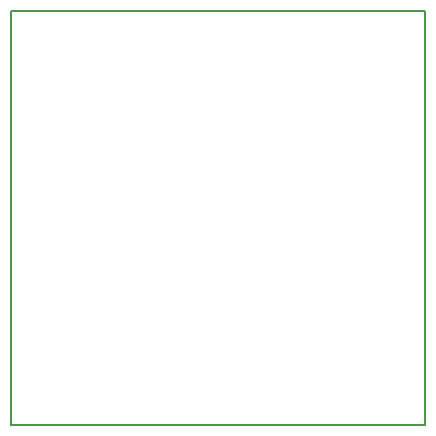
<source format=gm1>
G04 #@! TF.GenerationSoftware,KiCad,Pcbnew,(5.0.0)*
G04 #@! TF.CreationDate,2019-09-23T14:44:06+09:00*
G04 #@! TF.ProjectId,ir_read_mod,69725F726561645F6D6F642E6B696361,rev?*
G04 #@! TF.SameCoordinates,Original*
G04 #@! TF.FileFunction,Profile,NP*
%FSLAX46Y46*%
G04 Gerber Fmt 4.6, Leading zero omitted, Abs format (unit mm)*
G04 Created by KiCad (PCBNEW (5.0.0)) date 09/23/19 14:44:06*
%MOMM*%
%LPD*%
G01*
G04 APERTURE LIST*
%ADD10C,0.150000*%
G04 APERTURE END LIST*
D10*
X71000000Y-44000000D02*
X36000000Y-44000000D01*
X71000000Y-79000000D02*
X71000000Y-44000000D01*
X36000000Y-79000000D02*
X71000000Y-79000000D01*
X36000000Y-44000000D02*
X36000000Y-79000000D01*
M02*

</source>
